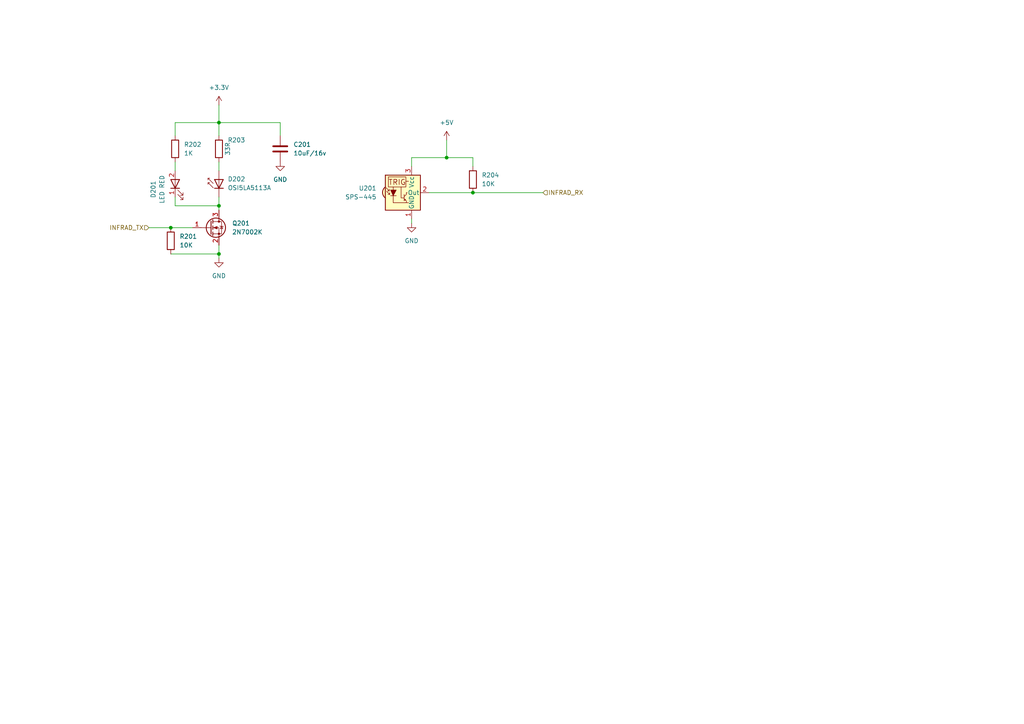
<source format=kicad_sch>
(kicad_sch (version 20230121) (generator eeschema)
  (paper "A4")
  (title_block (title "SDMUX-V4 SDCARD") (date "2023-04-26") (rev "Rev4") (company "HNZ") (comment 1 "Licensed under CC-BY-SA V4.0") (comment 2 "2023 (C) Hiroshi Nakajima <hnakamiru1103@gmail.com>"))
  (lib_symbols
    (symbol "Device:C" (pin_numbers hide) (pin_names (offset 0.254))
      (property "Reference" "C" (at 0.635 2.54 0))
      (property "Value" "C" (at 0.635 -2.54 0))
      (symbol "C_0_1"
        (polyline (pts (xy -2.032 -0.762) (xy 2.032 -0.762)) (stroke (width 0.508)))
        (polyline (pts (xy -2.032 0.762) (xy 2.032 0.762)) (stroke (width 0.508)))
      )
      (symbol "C_1_1"
        (pin passive line (at 0 3.81 270) (length 2.794) (name "~") (number "1"))
        (pin passive line (at 0 -3.81 90) (length 2.794) (name "~") (number "2"))
      )
    )
    (symbol "Device:LED" (pin_names (offset 1.016) hide)
      (property "Reference" "D" (at 0 2.54 0))
      (property "Value" "LED" (at 0 -2.54 0))
      (symbol "LED_0_1"
        (polyline (pts (xy -1.27 -1.27) (xy -1.27 1.27)) (stroke (width 0.254)))
        (polyline (pts (xy -1.27 0) (xy 1.27 0)))
        (polyline (pts (xy 1.27 -1.27) (xy 1.27 1.27) (xy -1.27 0) (xy 1.27 -1.27)) (stroke (width 0.254)))
        (polyline (pts (xy -3.048 -0.762) (xy -4.572 -2.286) (xy -3.81 -2.286) (xy -4.572 -2.286) (xy -4.572 -1.524)))
        (polyline (pts (xy -1.778 -0.762) (xy -3.302 -2.286) (xy -2.54 -2.286) (xy -3.302 -2.286) (xy -3.302 -1.524)))
      )
      (symbol "LED_1_1"
        (pin passive line (at -3.81 0 0) (length 2.54) (name "K") (number "1"))
        (pin passive line (at 3.81 0 180) (length 2.54) (name "A") (number "2"))
      )
    )
    (symbol "Device:R" (pin_numbers hide) (pin_names (offset 0))
      (property "Reference" "R" (at 2.032 0 90))
      (property "Value" "R" (at 0 0 90))
      (symbol "R_0_1"
        (rectangle (start -1.016 -2.54) (end 1.016 2.54) (stroke (width 0.254)))
      )
      (symbol "R_1_1"
        (pin passive line (at 0 3.81 270) (length 1.27) (name "~") (number "1"))
        (pin passive line (at 0 -3.81 90) (length 1.27) (name "~") (number "2"))
      )
    )
    (symbol "power:+3.3V" (power) (pin_names (offset 0))
      (property "Value" "+3.3V" (at 0 3.556 0))
      (symbol "+3.3V_0_1"
        (polyline (pts (xy -0.762 1.27) (xy 0 2.54)))
        (polyline (pts (xy 0 0) (xy 0 2.54)))
        (polyline (pts (xy 0 2.54) (xy 0.762 1.27)))
      )
      (symbol "+3.3V_1_1"
        (pin power_in line (at 0 0 90) (length 0) hide (name "+3.3V") (number "1"))
      )
    )
    (symbol "power:+5V" (power) (pin_names (offset 0))
      (property "Value" "+5V" (at 0 3.556 0))
      (symbol "+5V_0_1"
        (polyline (pts (xy -0.762 1.27) (xy 0 2.54)))
        (polyline (pts (xy 0 0) (xy 0 2.54)))
        (polyline (pts (xy 0 2.54) (xy 0.762 1.27)))
      )
      (symbol "+5V_1_1"
        (pin power_in line (at 0 0 90) (length 0) hide (name "+5V") (number "1"))
      )
    )
    (symbol "power:GND" (power) (pin_numbers hide) (pin_names (offset 0) hide)
      (property "Value" "GND" (at 0 -3.81 0))
      (symbol "GND_0_1"
        (polyline (pts (xy 0 0) (xy 0 -1.27) (xy 1.27 -1.27) (xy 0 -2.54) (xy -1.27 -1.27) (xy 0 -1.27)))
      )
      (symbol "GND_1_1"
        (pin power_in line (at 0 0 270) (length 0) hide (name "GND") (number "1"))
      )
    )
    (symbol "tbctl:2N7002K" (pin_names hide)
      (property "Reference" "Q" (at 5.08 1.905 0))
      (property "Value" "2N7002K" (at 5.08 0 0))
      (symbol "2N7002K_0_1"
        (polyline (pts (xy 0.254 0) (xy -2.54 0)))
        (polyline (pts (xy 0.254 1.905) (xy 0.254 -1.905)) (stroke (width 0.254)))
        (polyline (pts (xy 0.762 -1.27) (xy 0.762 -2.286)) (stroke (width 0.254)))
        (polyline (pts (xy 0.762 0.508) (xy 0.762 -0.508)) (stroke (width 0.254)))
        (polyline (pts (xy 0.762 2.286) (xy 0.762 1.27)) (stroke (width 0.254)))
        (polyline (pts (xy 2.54 2.54) (xy 2.54 1.778)))
        (polyline (pts (xy 2.54 -2.54) (xy 2.54 0) (xy 0.762 0)))
        (polyline (pts (xy 0.762 -1.778) (xy 3.302 -1.778) (xy 3.302 1.778) (xy 0.762 1.778)))
        (polyline (pts (xy 1.016 0) (xy 2.032 0.381) (xy 2.032 -0.381) (xy 1.016 0)) (fill (type outline)))
        (polyline (pts (xy 2.794 0.508) (xy 2.921 0.381) (xy 3.683 0.381) (xy 3.81 0.254)))
        (polyline (pts (xy 3.302 0.381) (xy 2.921 -0.254) (xy 3.683 -0.254) (xy 3.302 0.381)))
        (circle (center 1.651 0) (radius 2.794) (stroke (width 0.254)))
        (circle (center 2.54 -1.778) (radius 0.254) (fill (type outline)))
        (circle (center 2.54 1.778) (radius 0.254) (fill (type outline)))
      )
      (symbol "2N7002K_1_1"
        (pin input line (at -5.08 0 0) (length 2.54) (name "G") (number "1"))
        (pin passive line (at 2.54 -5.08 90) (length 2.54) (name "S") (number "2"))
        (pin passive line (at 2.54 5.08 270) (length 2.54) (name "D") (number "3"))
      )
    )
    (symbol "tbctl:OSI5LA5113A" (pin_numbers hide) (pin_names (offset 1.016) hide)
      (property "Reference" "D" (at 0.508 1.778 0))
      (property "Value" "OSI5LA5113A" (at -1.016 -2.794 0))
      (symbol "OSI5LA5113A_0_1"
        (polyline (pts (xy -2.54 1.27) (xy -2.54 -1.27)) (stroke (width 0.254)))
        (polyline (pts (xy 0 0) (xy -2.54 0)))
        (polyline (pts (xy 0.381 3.175) (xy -0.127 3.175)))
        (polyline (pts (xy -1.143 1.651) (xy 0.381 3.175) (xy 0.381 2.667)))
        (polyline (pts (xy 0 1.27) (xy -2.54 0) (xy 0 -1.27) (xy 0 1.27)) (stroke (width 0.254)))
        (polyline (pts (xy -2.413 1.651) (xy -0.889 3.175) (xy -0.889 2.667) (xy -0.889 3.175) (xy -1.397 3.175)))
      )
      (symbol "OSI5LA5113A_1_1"
        (pin passive line (at -5.08 0 0) (length 2.54) (name "K") (number "1"))
        (pin passive line (at 2.54 0 180) (length 2.54) (name "A") (number "2"))
      )
    )
    (symbol "tbctl:SPS-445" (pin_names (offset 0.254))
      (property "Reference" "U" (at -5.08 6.35 0))
      (property "Value" "SPS-445" (at -7.62 -6.35 0))
      (symbol "SPS-445_0_0"
        (arc (start -5.08 1.651) (mid -5.8829 0.0688) (end -5.08 -1.524) (stroke (width 0.254)) (fill (type background)))
        (polyline (pts (xy 0.889 3.302) (xy 1.651 3.302)))
        (polyline (pts (xy 0.381 -1.778) (xy 1.016 -2.413) (xy 1.016 -2.921)))
        (polyline (pts (xy 0.381 -1.524) (xy -0.508 -1.524) (xy -0.508 1.651)))
        (polyline (pts (xy 1.651 -2.921) (xy -2.794 -2.921) (xy -2.794 1.651)))
        (polyline (pts (xy 0.381 -1.143) (xy 1.016 -0.508) (xy 1.016 0) (xy 1.27 0)))
        (rectangle (start 0.889 4.572) (end -4.191 1.651))
        (rectangle (start 5.08 5.08) (end -5.08 -5.08) (stroke (width 0.254)) (fill (type background)))
        (text "TRIG" (at -1.651 3.048 0) (effects (font (size 1.524 1.524))))
      )
      (symbol "SPS-445_0_1"
        (polyline (pts (xy -3.937 0.508) (xy -4.826 1.397)))
        (polyline (pts (xy -3.937 0.508) (xy -4.445 0.508)))
        (polyline (pts (xy -3.937 0.508) (xy -3.937 1.016)))
        (polyline (pts (xy -3.81 -0.508) (xy -4.699 0.381)))
        (polyline (pts (xy -3.81 -0.508) (xy -4.318 -0.508)))
        (polyline (pts (xy -3.81 -0.508) (xy -3.81 0)))
        (polyline (pts (xy -3.556 -0.889) (xy -1.905 -0.889)))
        (polyline (pts (xy 0.381 -0.508) (xy 0.381 -2.413)))
        (polyline (pts (xy 0.508 -2.159) (xy 0.635 -2.159)))
        (polyline (pts (xy 0.762 -2.159) (xy 0.635 -2.159)))
        (polyline (pts (xy 0.762 -2.159) (xy 0.762 -1.905)))
        (polyline (pts (xy -3.556 0.762) (xy -1.905 0.762) (xy -2.794 -0.889) (xy -3.556 0.762)) (fill (type outline)))
      )
      (symbol "SPS-445_1_1"
        (pin power_in line (at 2.54 -7.62 90) (length 2.54) (name "GND") (number "1"))
        (pin output line (at 7.62 0 180) (length 2.54) (name "Out") (number "2"))
        (pin power_in line (at 2.54 7.62 270) (length 2.54) (name "Vcc") (number "3"))
      )
    )
  )
  (junction (at 63.5 73.66))
  (junction (at 137.16 55.88))
  (junction (at 49.53 66.04))
  (junction (at 63.5 59.69))
  (junction (at 63.5 35.56))
  (junction (at 129.54 45.72))
  (wire (pts (xy 63.5 59.69) (xy 63.5 60.96)))
  (wire (pts (xy 49.53 73.66) (xy 63.5 73.66)))
  (wire (pts (xy 129.54 40.64) (xy 129.54 45.72)))
  (wire (pts (xy 137.16 48.26) (xy 137.16 45.72)))
  (wire (pts (xy 129.54 45.72) (xy 119.38 45.72)))
  (wire (pts (xy 119.38 63.5) (xy 119.38 64.77)))
  (wire (pts (xy 63.5 35.56) (xy 81.28 35.56)))
  (wire (pts (xy 119.38 45.72) (xy 119.38 48.26)))
  (wire (pts (xy 63.5 39.37) (xy 63.5 35.56)))
  (wire (pts (xy 137.16 45.72) (xy 129.54 45.72)))
  (wire (pts (xy 63.5 30.48) (xy 63.5 35.56)))
  (wire (pts (xy 63.5 71.12) (xy 63.5 73.66)))
  (wire (pts (xy 63.5 57.15) (xy 63.5 59.69)))
  (wire (pts (xy 63.5 46.99) (xy 63.5 49.53)))
  (wire (pts (xy 137.16 55.88) (xy 157.48 55.88)))
  (wire (pts (xy 50.8 59.69) (xy 63.5 59.69)))
  (wire (pts (xy 63.5 73.66) (xy 63.5 74.93)))
  (wire (pts (xy 81.28 35.56) (xy 81.28 39.37)))
  (wire (pts (xy 50.8 35.56) (xy 50.8 39.37)))
  (wire (pts (xy 124.46 55.88) (xy 137.16 55.88)))
  (wire (pts (xy 50.8 46.99) (xy 50.8 49.53)))
  (wire (pts (xy 49.53 66.04) (xy 55.88 66.04)))
  (wire (pts (xy 50.8 57.15) (xy 50.8 59.69)))
  (wire (pts (xy 43.18 66.04) (xy 49.53 66.04)))
  (wire (pts (xy 63.5 35.56) (xy 50.8 35.56)))
  (hierarchical_label "INFRAD_RX" (shape input) (at 157.48 55.88 0))
  (hierarchical_label "INFRAD_TX" (shape input) (at 43.18 66.04 180))
  (symbol (lib_id "Device:LED") (at 50.8 53.34 90) (unit 1)
    (property "Reference" "D201" (at 44.45 54.9275 0))
    (property "Value" "LED RED" (at 46.99 54.9275 0))
    (property "Footprint" "tbctl:LED_0603_1608Metric_Pad1.05x0.95mm_HandSolder" (effects hide))
  )
  (symbol (lib_id "Device:R") (at 137.16 52.07 0) (unit 1)
    (property "Reference" "R204" (at 139.7 50.7999 0) (effects (justify left)))
    (property "Value" "10K" (at 139.7 53.3399 0) (effects (justify left)))
    (property "Footprint" "tbctl:R_0805_2012Metric_Pad1.20x1.40mm_HandSolder" (effects hide))
  )
  (symbol (lib_id "power:+5V") (at 129.54 40.64 0) (unit 1)
    (property "Reference" "#PWR0205" (effects hide))
    (property "Value" "+5V" (at 129.54 35.56 0))
  )
  (symbol (lib_id "power:GND") (at 81.28 46.99 0) (unit 1)
    (property "Reference" "#PWR0203" (effects hide))
    (property "Value" "GND" (at 81.28 52.07 0))
  )
  (symbol (lib_id "Device:R") (at 49.53 69.85 0) (unit 1)
    (property "Reference" "R201" (at 52.07 68.5799 0) (effects (justify left)))
    (property "Value" "10K" (at 52.07 71.1199 0) (effects (justify left)))
    (property "Footprint" "tbctl:R_0805_2012Metric_Pad1.20x1.40mm_HandSolder" (effects hide))
  )
  (symbol (lib_id "power:+3.3V") (at 63.5 30.48 0) (unit 1)
    (property "Reference" "#PWR0201" (effects hide))
    (property "Value" "+3.3V" (at 63.5 25.4 0))
  )
  (symbol (lib_id "tbctl:OSI5LA5113A") (at 63.5 52.07 90) (unit 1)
    (property "Reference" "D202" (at 66.04 51.9429 90) (effects (justify right)))
    (property "Value" "OSI5LA5113A" (at 66.04 54.4829 90) (effects (justify right)))
    (property "Footprint" "LED_THT:LED_D5.0mm" (effects hide))
  )
  (symbol (lib_id "power:GND") (at 63.5 74.93 0) (unit 1)
    (property "Reference" "#PWR0202" (effects hide))
    (property "Value" "GND" (at 63.5 80.01 0))
  )
  (symbol (lib_id "power:GND") (at 119.38 64.77 0) (unit 1)
    (property "Reference" "#PWR0204" (effects hide))
    (property "Value" "GND" (at 119.38 69.85 0))
  )
  (symbol (lib_id "Device:R") (at 50.8 43.18 0) (unit 1)
    (property "Reference" "R202" (at 53.34 41.9099 0) (effects (justify left)))
    (property "Value" "1K" (at 53.34 44.4499 0) (effects (justify left)))
    (property "Footprint" "tbctl:R_0805_2012Metric_Pad1.20x1.40mm_HandSolder" (effects hide))
  )
  (symbol (lib_id "tbctl:SPS-445") (at 116.84 55.88 0) (unit 1)
    (property "Reference" "U201" (at 109.22 54.6099 0) (effects (justify right)))
    (property "Value" "SPS-445" (at 109.22 57.1499 0) (effects (justify right)))
    (property "Footprint" "tbctl:SPS445 3pin" (effects hide))
  )
  (symbol (lib_id "Device:C") (at 81.28 43.18 0) (unit 1)
    (property "Reference" "C201" (at 85.09 41.9099 0) (effects (justify left)))
    (property "Value" "10uF/16v" (at 85.09 44.4499 0) (effects (justify left)))
    (property "Footprint" "Capacitor_SMD:C_0805_2012Metric_Pad1.18x1.45mm_HandSolder" (effects hide))
  )
  (symbol (lib_id "tbctl:2N7002K") (at 60.96 66.04 0) (unit 1)
    (property "Reference" "Q201" (at 67.31 64.7699 0) (effects (justify left)))
    (property "Value" "2N7002K" (at 67.31 67.3099 0) (effects (justify left)))
    (property "Footprint" "Package_TO_SOT_SMD:SOT-23" (effects hide))
    (property "Datasheet" "https://www.diodes.com/assets/Datasheets/ds30896.pdf" (effects hide))
  )
  (symbol (lib_id "Device:R") (at 63.5 43.18 0) (unit 1)
    (property "Reference" "R203" (at 68.58 40.64 0))
    (property "Value" "33R" (at 66.04 43.18 90))
    (property "Footprint" "Resistor_SMD:R_0603_1608Metric_Pad0.98x0.95mm_HandSolder" (effects hide))
  )
)
</source>
